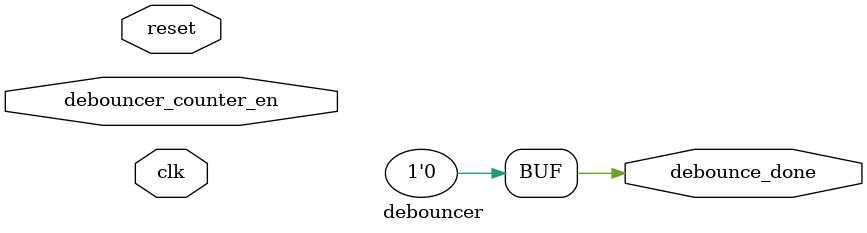
<source format=sv>
module debouncer(input logic clk, reset,
                input logic debouncer_counter_en,
                output logic debounce_done);
    
 always_ff @(posedge clk) begin   
    if (reset) begin
        debounce_count <= 4'b0;
    end
    else if (debounce_counter_en) begin
		debounce_count <= debounce_count + 4'b0001;
	end
 end
					
assign debounce_done = (debounce_count == 4'b0011);


endmodule
</source>
